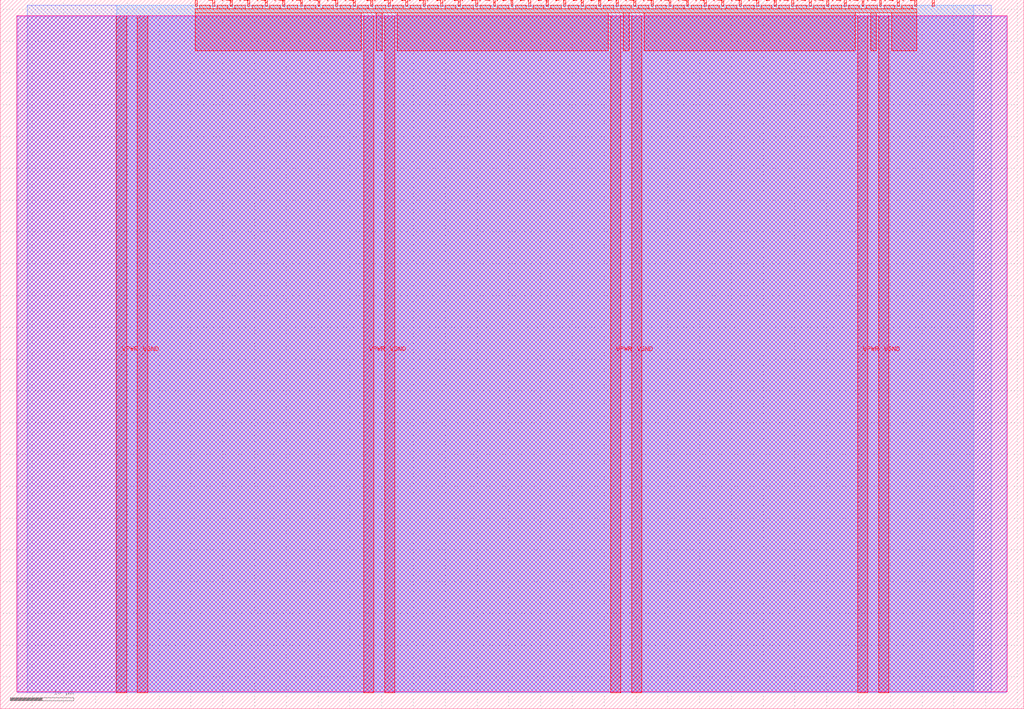
<source format=lef>
VERSION 5.7 ;
  NOWIREEXTENSIONATPIN ON ;
  DIVIDERCHAR "/" ;
  BUSBITCHARS "[]" ;
MACRO tt_um_synth_magmusson
  CLASS BLOCK ;
  FOREIGN tt_um_synth_magmusson ;
  ORIGIN 0.000 0.000 ;
  SIZE 161.000 BY 111.520 ;
  PIN VGND
    DIRECTION INOUT ;
    USE GROUND ;
    PORT
      LAYER met4 ;
        RECT 21.580 2.480 23.180 109.040 ;
    END
    PORT
      LAYER met4 ;
        RECT 60.450 2.480 62.050 109.040 ;
    END
    PORT
      LAYER met4 ;
        RECT 99.320 2.480 100.920 109.040 ;
    END
    PORT
      LAYER met4 ;
        RECT 138.190 2.480 139.790 109.040 ;
    END
  END VGND
  PIN VPWR
    DIRECTION INOUT ;
    USE POWER ;
    PORT
      LAYER met4 ;
        RECT 18.280 2.480 19.880 109.040 ;
    END
    PORT
      LAYER met4 ;
        RECT 57.150 2.480 58.750 109.040 ;
    END
    PORT
      LAYER met4 ;
        RECT 96.020 2.480 97.620 109.040 ;
    END
    PORT
      LAYER met4 ;
        RECT 134.890 2.480 136.490 109.040 ;
    END
  END VPWR
  PIN clk
    DIRECTION INPUT ;
    USE SIGNAL ;
    ANTENNAGATEAREA 0.852000 ;
    PORT
      LAYER met4 ;
        RECT 143.830 110.520 144.130 111.520 ;
    END
  END clk
  PIN ena
    DIRECTION INPUT ;
    USE SIGNAL ;
    PORT
      LAYER met4 ;
        RECT 146.590 110.520 146.890 111.520 ;
    END
  END ena
  PIN rst_n
    DIRECTION INPUT ;
    USE SIGNAL ;
    ANTENNAGATEAREA 0.196500 ;
    PORT
      LAYER met4 ;
        RECT 141.070 110.520 141.370 111.520 ;
    END
  END rst_n
  PIN ui_in[0]
    DIRECTION INPUT ;
    USE SIGNAL ;
    ANTENNAGATEAREA 0.196500 ;
    PORT
      LAYER met4 ;
        RECT 138.310 110.520 138.610 111.520 ;
    END
  END ui_in[0]
  PIN ui_in[1]
    DIRECTION INPUT ;
    USE SIGNAL ;
    ANTENNAGATEAREA 0.196500 ;
    PORT
      LAYER met4 ;
        RECT 135.550 110.520 135.850 111.520 ;
    END
  END ui_in[1]
  PIN ui_in[2]
    DIRECTION INPUT ;
    USE SIGNAL ;
    PORT
      LAYER met4 ;
        RECT 132.790 110.520 133.090 111.520 ;
    END
  END ui_in[2]
  PIN ui_in[3]
    DIRECTION INPUT ;
    USE SIGNAL ;
    PORT
      LAYER met4 ;
        RECT 130.030 110.520 130.330 111.520 ;
    END
  END ui_in[3]
  PIN ui_in[4]
    DIRECTION INPUT ;
    USE SIGNAL ;
    PORT
      LAYER met4 ;
        RECT 127.270 110.520 127.570 111.520 ;
    END
  END ui_in[4]
  PIN ui_in[5]
    DIRECTION INPUT ;
    USE SIGNAL ;
    PORT
      LAYER met4 ;
        RECT 124.510 110.520 124.810 111.520 ;
    END
  END ui_in[5]
  PIN ui_in[6]
    DIRECTION INPUT ;
    USE SIGNAL ;
    PORT
      LAYER met4 ;
        RECT 121.750 110.520 122.050 111.520 ;
    END
  END ui_in[6]
  PIN ui_in[7]
    DIRECTION INPUT ;
    USE SIGNAL ;
    PORT
      LAYER met4 ;
        RECT 118.990 110.520 119.290 111.520 ;
    END
  END ui_in[7]
  PIN uio_in[0]
    DIRECTION INPUT ;
    USE SIGNAL ;
    PORT
      LAYER met4 ;
        RECT 116.230 110.520 116.530 111.520 ;
    END
  END uio_in[0]
  PIN uio_in[1]
    DIRECTION INPUT ;
    USE SIGNAL ;
    PORT
      LAYER met4 ;
        RECT 113.470 110.520 113.770 111.520 ;
    END
  END uio_in[1]
  PIN uio_in[2]
    DIRECTION INPUT ;
    USE SIGNAL ;
    PORT
      LAYER met4 ;
        RECT 110.710 110.520 111.010 111.520 ;
    END
  END uio_in[2]
  PIN uio_in[3]
    DIRECTION INPUT ;
    USE SIGNAL ;
    PORT
      LAYER met4 ;
        RECT 107.950 110.520 108.250 111.520 ;
    END
  END uio_in[3]
  PIN uio_in[4]
    DIRECTION INPUT ;
    USE SIGNAL ;
    PORT
      LAYER met4 ;
        RECT 105.190 110.520 105.490 111.520 ;
    END
  END uio_in[4]
  PIN uio_in[5]
    DIRECTION INPUT ;
    USE SIGNAL ;
    PORT
      LAYER met4 ;
        RECT 102.430 110.520 102.730 111.520 ;
    END
  END uio_in[5]
  PIN uio_in[6]
    DIRECTION INPUT ;
    USE SIGNAL ;
    PORT
      LAYER met4 ;
        RECT 99.670 110.520 99.970 111.520 ;
    END
  END uio_in[6]
  PIN uio_in[7]
    DIRECTION INPUT ;
    USE SIGNAL ;
    PORT
      LAYER met4 ;
        RECT 96.910 110.520 97.210 111.520 ;
    END
  END uio_in[7]
  PIN uio_oe[0]
    DIRECTION OUTPUT ;
    USE SIGNAL ;
    PORT
      LAYER met4 ;
        RECT 49.990 110.520 50.290 111.520 ;
    END
  END uio_oe[0]
  PIN uio_oe[1]
    DIRECTION OUTPUT ;
    USE SIGNAL ;
    PORT
      LAYER met4 ;
        RECT 47.230 110.520 47.530 111.520 ;
    END
  END uio_oe[1]
  PIN uio_oe[2]
    DIRECTION OUTPUT ;
    USE SIGNAL ;
    PORT
      LAYER met4 ;
        RECT 44.470 110.520 44.770 111.520 ;
    END
  END uio_oe[2]
  PIN uio_oe[3]
    DIRECTION OUTPUT ;
    USE SIGNAL ;
    PORT
      LAYER met4 ;
        RECT 41.710 110.520 42.010 111.520 ;
    END
  END uio_oe[3]
  PIN uio_oe[4]
    DIRECTION OUTPUT ;
    USE SIGNAL ;
    PORT
      LAYER met4 ;
        RECT 38.950 110.520 39.250 111.520 ;
    END
  END uio_oe[4]
  PIN uio_oe[5]
    DIRECTION OUTPUT ;
    USE SIGNAL ;
    PORT
      LAYER met4 ;
        RECT 36.190 110.520 36.490 111.520 ;
    END
  END uio_oe[5]
  PIN uio_oe[6]
    DIRECTION OUTPUT ;
    USE SIGNAL ;
    PORT
      LAYER met4 ;
        RECT 33.430 110.520 33.730 111.520 ;
    END
  END uio_oe[6]
  PIN uio_oe[7]
    DIRECTION OUTPUT ;
    USE SIGNAL ;
    PORT
      LAYER met4 ;
        RECT 30.670 110.520 30.970 111.520 ;
    END
  END uio_oe[7]
  PIN uio_out[0]
    DIRECTION OUTPUT ;
    USE SIGNAL ;
    PORT
      LAYER met4 ;
        RECT 72.070 110.520 72.370 111.520 ;
    END
  END uio_out[0]
  PIN uio_out[1]
    DIRECTION OUTPUT ;
    USE SIGNAL ;
    PORT
      LAYER met4 ;
        RECT 69.310 110.520 69.610 111.520 ;
    END
  END uio_out[1]
  PIN uio_out[2]
    DIRECTION OUTPUT ;
    USE SIGNAL ;
    PORT
      LAYER met4 ;
        RECT 66.550 110.520 66.850 111.520 ;
    END
  END uio_out[2]
  PIN uio_out[3]
    DIRECTION OUTPUT ;
    USE SIGNAL ;
    PORT
      LAYER met4 ;
        RECT 63.790 110.520 64.090 111.520 ;
    END
  END uio_out[3]
  PIN uio_out[4]
    DIRECTION OUTPUT ;
    USE SIGNAL ;
    PORT
      LAYER met4 ;
        RECT 61.030 110.520 61.330 111.520 ;
    END
  END uio_out[4]
  PIN uio_out[5]
    DIRECTION OUTPUT ;
    USE SIGNAL ;
    PORT
      LAYER met4 ;
        RECT 58.270 110.520 58.570 111.520 ;
    END
  END uio_out[5]
  PIN uio_out[6]
    DIRECTION OUTPUT ;
    USE SIGNAL ;
    PORT
      LAYER met4 ;
        RECT 55.510 110.520 55.810 111.520 ;
    END
  END uio_out[6]
  PIN uio_out[7]
    DIRECTION OUTPUT ;
    USE SIGNAL ;
    PORT
      LAYER met4 ;
        RECT 52.750 110.520 53.050 111.520 ;
    END
  END uio_out[7]
  PIN uo_out[0]
    DIRECTION OUTPUT ;
    USE SIGNAL ;
    ANTENNADIFFAREA 0.445500 ;
    PORT
      LAYER met4 ;
        RECT 94.150 110.520 94.450 111.520 ;
    END
  END uo_out[0]
  PIN uo_out[1]
    DIRECTION OUTPUT ;
    USE SIGNAL ;
    PORT
      LAYER met4 ;
        RECT 91.390 110.520 91.690 111.520 ;
    END
  END uo_out[1]
  PIN uo_out[2]
    DIRECTION OUTPUT ;
    USE SIGNAL ;
    PORT
      LAYER met4 ;
        RECT 88.630 110.520 88.930 111.520 ;
    END
  END uo_out[2]
  PIN uo_out[3]
    DIRECTION OUTPUT ;
    USE SIGNAL ;
    PORT
      LAYER met4 ;
        RECT 85.870 110.520 86.170 111.520 ;
    END
  END uo_out[3]
  PIN uo_out[4]
    DIRECTION OUTPUT ;
    USE SIGNAL ;
    PORT
      LAYER met4 ;
        RECT 83.110 110.520 83.410 111.520 ;
    END
  END uo_out[4]
  PIN uo_out[5]
    DIRECTION OUTPUT ;
    USE SIGNAL ;
    PORT
      LAYER met4 ;
        RECT 80.350 110.520 80.650 111.520 ;
    END
  END uo_out[5]
  PIN uo_out[6]
    DIRECTION OUTPUT ;
    USE SIGNAL ;
    PORT
      LAYER met4 ;
        RECT 77.590 110.520 77.890 111.520 ;
    END
  END uo_out[6]
  PIN uo_out[7]
    DIRECTION OUTPUT ;
    USE SIGNAL ;
    PORT
      LAYER met4 ;
        RECT 74.830 110.520 75.130 111.520 ;
    END
  END uo_out[7]
  OBS
      LAYER nwell ;
        RECT 2.570 2.635 158.430 108.990 ;
      LAYER li1 ;
        RECT 2.760 2.635 158.240 108.885 ;
      LAYER met1 ;
        RECT 2.760 2.480 158.240 109.040 ;
      LAYER met2 ;
        RECT 4.240 2.535 155.840 110.685 ;
      LAYER met3 ;
        RECT 18.290 2.555 153.115 110.665 ;
      LAYER met4 ;
        RECT 31.370 110.120 33.030 110.665 ;
        RECT 34.130 110.120 35.790 110.665 ;
        RECT 36.890 110.120 38.550 110.665 ;
        RECT 39.650 110.120 41.310 110.665 ;
        RECT 42.410 110.120 44.070 110.665 ;
        RECT 45.170 110.120 46.830 110.665 ;
        RECT 47.930 110.120 49.590 110.665 ;
        RECT 50.690 110.120 52.350 110.665 ;
        RECT 53.450 110.120 55.110 110.665 ;
        RECT 56.210 110.120 57.870 110.665 ;
        RECT 58.970 110.120 60.630 110.665 ;
        RECT 61.730 110.120 63.390 110.665 ;
        RECT 64.490 110.120 66.150 110.665 ;
        RECT 67.250 110.120 68.910 110.665 ;
        RECT 70.010 110.120 71.670 110.665 ;
        RECT 72.770 110.120 74.430 110.665 ;
        RECT 75.530 110.120 77.190 110.665 ;
        RECT 78.290 110.120 79.950 110.665 ;
        RECT 81.050 110.120 82.710 110.665 ;
        RECT 83.810 110.120 85.470 110.665 ;
        RECT 86.570 110.120 88.230 110.665 ;
        RECT 89.330 110.120 90.990 110.665 ;
        RECT 92.090 110.120 93.750 110.665 ;
        RECT 94.850 110.120 96.510 110.665 ;
        RECT 97.610 110.120 99.270 110.665 ;
        RECT 100.370 110.120 102.030 110.665 ;
        RECT 103.130 110.120 104.790 110.665 ;
        RECT 105.890 110.120 107.550 110.665 ;
        RECT 108.650 110.120 110.310 110.665 ;
        RECT 111.410 110.120 113.070 110.665 ;
        RECT 114.170 110.120 115.830 110.665 ;
        RECT 116.930 110.120 118.590 110.665 ;
        RECT 119.690 110.120 121.350 110.665 ;
        RECT 122.450 110.120 124.110 110.665 ;
        RECT 125.210 110.120 126.870 110.665 ;
        RECT 127.970 110.120 129.630 110.665 ;
        RECT 130.730 110.120 132.390 110.665 ;
        RECT 133.490 110.120 135.150 110.665 ;
        RECT 136.250 110.120 137.910 110.665 ;
        RECT 139.010 110.120 140.670 110.665 ;
        RECT 141.770 110.120 143.430 110.665 ;
        RECT 30.655 109.440 144.145 110.120 ;
        RECT 30.655 103.535 56.750 109.440 ;
        RECT 59.150 103.535 60.050 109.440 ;
        RECT 62.450 103.535 95.620 109.440 ;
        RECT 98.020 103.535 98.920 109.440 ;
        RECT 101.320 103.535 134.490 109.440 ;
        RECT 136.890 103.535 137.790 109.440 ;
        RECT 140.190 103.535 144.145 109.440 ;
  END
END tt_um_synth_magmusson
END LIBRARY


</source>
